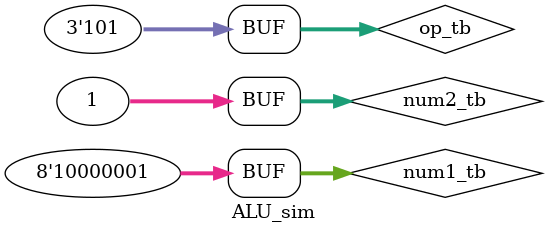
<source format=v>
`timescale 1ns / 1ps


module ALU_sim;

reg [7:0] num1_tb;
reg [31:0] num2_tb;
reg [2:0] op_tb;
wire [31:0] ans_tb;

ALU myALU (
    .num1(num1_tb),
    .num2(num2_tb),
    .op(op_tb),
    .ans(ans_tb)
);

initial begin
    num1_tb = 0;
    num2_tb = 32'h01;
    op_tb = 0;
    
    // A + B (Unsigned)
    op_tb = 3'b000; num1_tb = 8'b00000010; #10;
    // A - B
    op_tb = 3'b001; num1_tb = 8'b11111111; #10;
    // A AND B
    op_tb = 3'b010; num1_tb = 8'b11111110; #10;
    // A OR B
    op_tb = 3'b011; num1_tb = 8'b10101010; #10;
    // NOT A
    op_tb = 3'b100; num1_tb = 8'b11110000; #10;
    // SLT
    op_tb = 3'b101; num1_tb = 8'b10000001; #10;
end

always @(ans_tb) begin
    $display("Time: %t, Operation: %b, num1: %b, num2: %b, Result: %h", $time, op_tb, num1_tb, num2_tb, ans_tb);
end

endmodule

</source>
